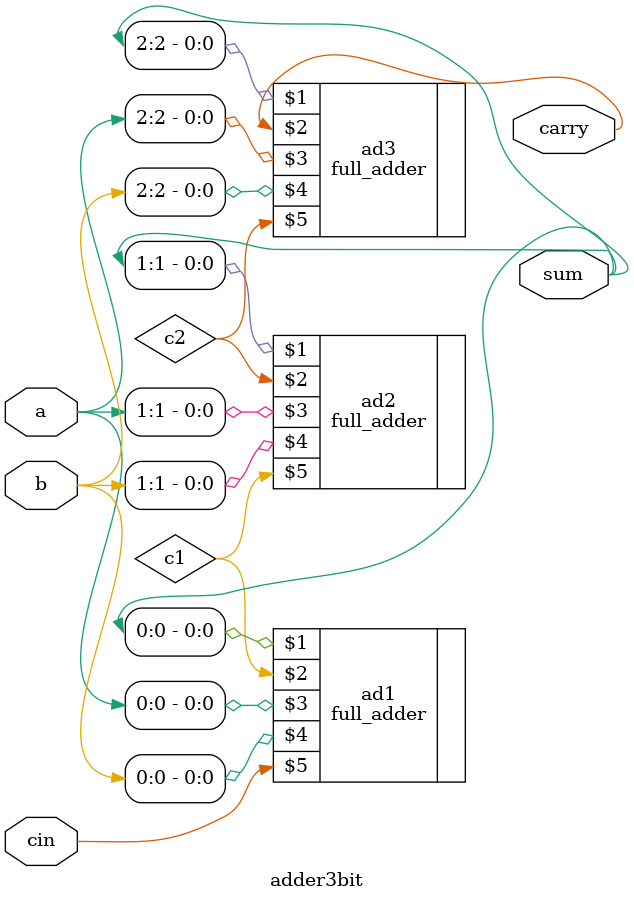
<source format=v>
`timescale 1ns / 1ps


module adder3bit(sum,carry,a,b,cin);
input [2:0] a,b;
input cin;
output [2:0] sum;
output carry;

wire c1,c2;

full_adder ad1(sum[0],c1,a[0],b[0],cin);
full_adder ad2(sum[1],c2,a[1],b[1],c1);
full_adder ad3(sum[2],carry,a[2],b[2],c2);

endmodule

</source>
